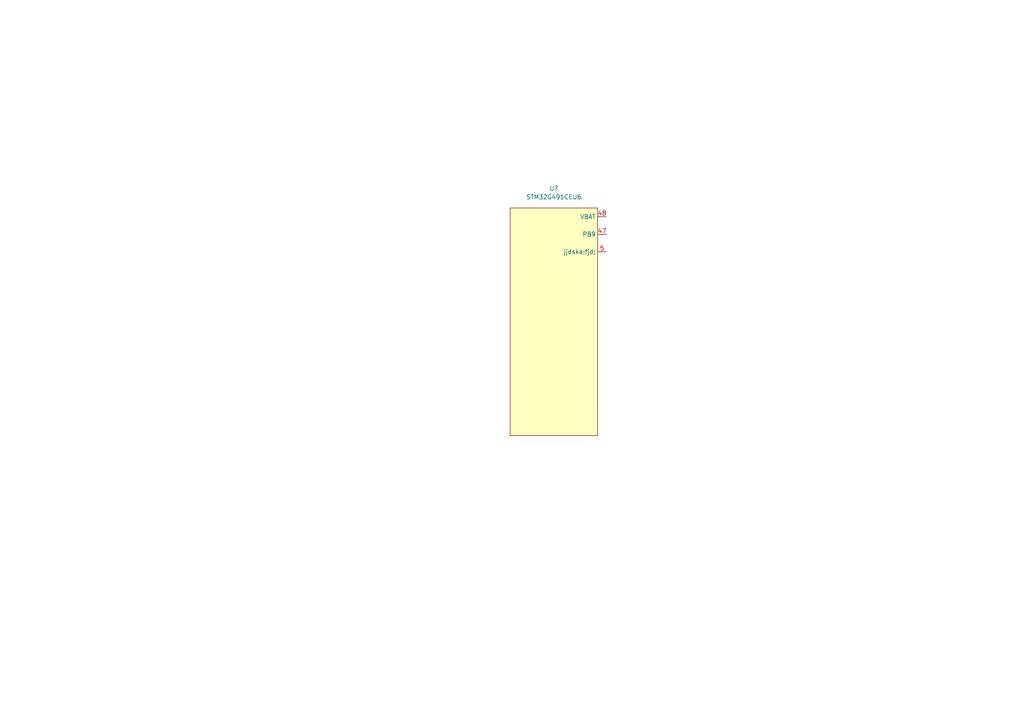
<source format=kicad_sch>
(kicad_sch (version 20211123) (generator eeschema)
  (paper "A4")
  (lib_symbols
    (symbol "New_Library:STM32G491CEU6"
      (property "Reference" "U" (at 0 0 0))
      (property "Value" "STM32G491CEU6" (at 0 -2.54 0))
      (symbol "STM32G491CEU6_0_1"
        (rectangle (start -12.7 -5.08) (end 12.7 -71.12) (fill (type background)))
      )
      (symbol "STM32G491CEU6_1_1"
        (pin bidirectional line (at 15.24 -12.7 180) (length 2.54) (name "PB9") (number "47"))
        (pin input line (at 15.24 -7.62 180) (length 2.54) (name "VBAT") (number "48"))
        (pin bidirectional line (at 15.24 -17.78 180) (length 2.54) (name "jjdska;fjd;") (number "5"))
      )
    )
  )
  (symbol (lib_id "New_Library:STM32G491CEU6") (at 160.655 55.245 0) (unit 1)
    (property "Reference" "U?" (at 160.655 54.61 0))
    (property "Value" "STM32G491CEU6" (at 160.655 57.15 0))
  )
)
</source>
